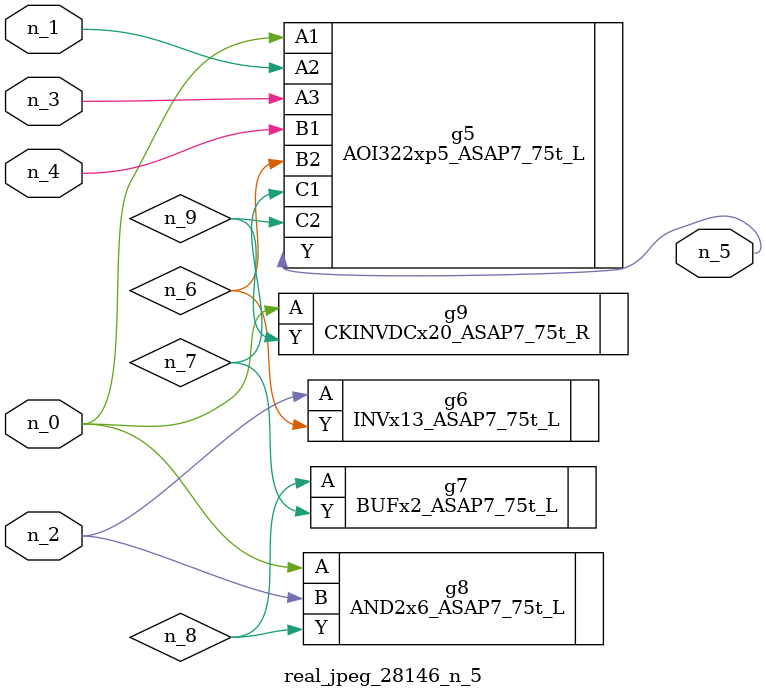
<source format=v>
module real_jpeg_28146_n_5 (n_4, n_0, n_1, n_2, n_3, n_5);

input n_4;
input n_0;
input n_1;
input n_2;
input n_3;

output n_5;

wire n_8;
wire n_6;
wire n_7;
wire n_9;

AOI322xp5_ASAP7_75t_L g5 ( 
.A1(n_0),
.A2(n_1),
.A3(n_3),
.B1(n_4),
.B2(n_6),
.C1(n_7),
.C2(n_9),
.Y(n_5)
);

AND2x6_ASAP7_75t_L g8 ( 
.A(n_0),
.B(n_2),
.Y(n_8)
);

CKINVDCx20_ASAP7_75t_R g9 ( 
.A(n_0),
.Y(n_9)
);

INVx13_ASAP7_75t_L g6 ( 
.A(n_2),
.Y(n_6)
);

BUFx2_ASAP7_75t_L g7 ( 
.A(n_8),
.Y(n_7)
);


endmodule
</source>
